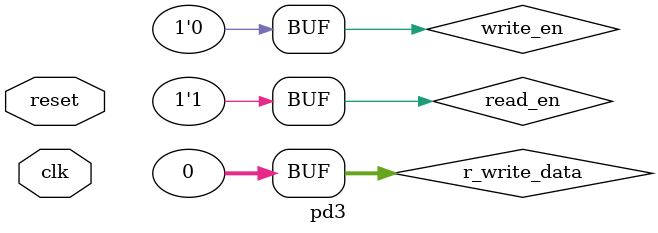
<source format=sv>
/*
 * Yousif Kndkji
 * Salman Kayani
 * Module: pd3
 *
 * Description: Top level module that will contain sub-module instantiations.
 *
 * Inputs:
 * 1) clk
 * 2) reset signal
 */

module pd3 #(
    parameter int AWIDTH = 32,
    parameter int DWIDTH = 32
) (
    input logic clk,
    input logic reset
);

	// ---------------------------------------------------------
	// Instruction Memory
	// ---------------------------------------------------------
	// Reads the instruction at the address provided by fetch.
	// The instruction memory is pre-loaded with machine code.

	// imemory signals
	logic [DWIDTH-1:0] addr_i;
	logic [DWIDTH-1:0] data_i;
	logic write_en;
	logic read_en;
		
	// Fetch signals
	logic [DWIDTH-1:0] f_pc;
	logic [DWIDTH-1:0] f_insn;
		
	memory #(
		.AWIDTH(AWIDTH),
		.DWIDTH(DWIDTH),
		.BASE_ADDR(32'h01000000)
	) memory1 (
		.clk(clk),
		.rst(reset),
		.addr_i(f_pc),
		.data_i(data_i),
		.read_en_i(read_en),
		.write_en_i(write_en),
		.data_o(f_insn)
	);

	assign read_en = 1'b1;
	assign write_en = 1'b0;

	// ---------------------------------------------------------
	// Fetch Stage
	// ---------------------------------------------------------
	// Responsible for maintaining the program counter.
	// On reset, PC is set to BASEADDR. On each clock edge,
	// PC increments by 4 to fetch the next instruction.

	// Fetch
	fetch #(
		.AWIDTH(AWIDTH),
		.DWIDTH(DWIDTH),
		.BASEADDR(32'h01000000)
	) fetch1 (
		.clk(clk),
		.rst(reset),
		.pc_o(f_pc),            
		.insn_o(f_insn)         
	);

	// ---------------------------------------------------------
	// Decode Stage
	// ---------------------------------------------------------
	// Extracts fields such as opcode, rd, rs1, rs2, funct3,
	// and funct7 from the instruction fetched in the previous stage.
	// Also passes along the program counter for use in later stages.

	logic [AWIDTH-1:0] d_pc;
	logic [DWIDTH-1:0] d_insn;
	logic [6:0] d_opcode;
	logic [4:0] d_rd;
	logic [4:0] d_rs1;
	logic [4:0] d_rs2;
	logic [6:0] d_funct7;
	logic [2:0] d_funct3;
	logic [4:0] d_shamt;
	logic [DWIDTH-1:0] d_imm;

	decode #(
		.DWIDTH(DWIDTH),
		.AWIDTH(AWIDTH)
	) decode1 (
		.clk (clk),
		.rst (reset),
		.insn_i (f_insn),
		.pc_i (f_pc),

		.pc_o (d_pc),
		.insn_o (d_insn),
		.opcode_o (d_opcode),
		.rd_o (d_rd),
		.rs1_o (d_rs1),
		.rs2_o (d_rs2),
		.funct7_o (d_funct7),
		.funct3_o (d_funct3),
		.shamt_o (d_shamt),
		.imm_o (d_imm)
	);

	// ---------------------------------------------------------
	// Immediate Generator
	// ---------------------------------------------------------
	// Generates the 32-bit immediate value based on the type
	// of instruction (I-type, S-type, etc.) determined from
	// the opcode field.

	igen #(.DWIDTH(DWIDTH)) igen1 (
		.opcode_i (d_opcode),
		.insn_i (f_insn),

		.imm_o (d_imm)
	);

	// ---------------------------------------------------------
	// Control Path
	// ---------------------------------------------------------
	// Produces the control signals used to steer data between
	// the different stages of the processor. These signals
	// control register file writes, ALU operation, and memory
	// access based on instruction type.

	logic pcsel_out;
	logic immsel_out;
	logic regwren_out;
	logic rs1sel_out;
	logic rs2sel_out;
	logic memren_out;
	logic memwren_out;
	logic [1:0] wbsel_out;
	logic [3:0] alusel_out;

	control #(.DWIDTH(DWIDTH)) control1 (
		.insn_i (f_insn),
		.opcode_i (d_opcode),
		.funct7_i (d_funct7),
		.funct3_i (d_funct3),

		.pcsel_o (pcsel_out),
		.immsel_o (immsel_out),
		.regwren_o (regwren_out),
		.rs1sel_o (rs1sel_out),
		.rs2sel_o (rs2sel_out),
		.memren_o (memren_out),
		.memwren_o (memwren_out),
		.wbsel_o (wbsel_out),
		.alusel_o (alusel_out)
	);

	// ---------------------------------------------------------
	// Register File
	// ---------------------------------------------------------

	logic r_write_enable;
	logic [4:0] r_read_rs1;
	logic [4:0] r_read_rs2;
    logic [4:0] r_write_destination;
    logic [DWIDTH-1:0] r_write_data;
	logic [DWIDTH-1:0] r_read_rs1_data;
	logic [DWIDTH-1:0] r_read_rs2_data;

	register_file #(.DWIDTH(DWIDTH)) e_register_file (
		.clk(clk),
		.rst(reset),
		.rs1_i (r_read_rs1),
		.rs2_i (r_read_rs2),
		.rd_i (r_write_destination),
		.datawb_i (r_write_data),
		.regwren_i (r_write_enable),

		.rs1data_o (r_read_rs1_data),
		.rs2data_o (r_read_rs2_data)
	);

	assign r_read_rs1 = d_rs1;
	assign r_read_rs2 = d_rs2;
    assign r_write_destination = d_rd;
    assign r_write_enable = regwren_out;
    assign r_write_data = 0;

	// ---------------------------------------------------------
	// ALU
	// ---------------------------------------------------------

	logic e_br_taken;
	logic [AWIDTH-1:0] e_pc;
	logic [DWIDTH-1:0] e_op2, e_alu_res;

	alu #(
		.DWIDTH(DWIDTH), 
		.AWIDTH(AWIDTH)
	) e_alu (
		.pc_i (f_pc),
		.rs1_i (r_read_rs1_data),
		.rs2_i (e_op2),
		.opcode_i (d_opcode),
		.funct3_i (d_funct3),
		.funct7_i (d_funct7),
		.alusel_i (alusel_out),

		.res_o (e_alu_res),
		.brtaken_o (e_br_taken)
	);

	assign e_op2 = immsel_out ? d_imm : r_read_rs2_data;

	// ---------------------------------------------------------
	// Branch Control Signals
	// ---------------------------------------------------------

	logic breq_o, brlt_o;

	branch_control #(.DWIDTH(DWIDTH)) branch_ctrl (
		.opcode_i (d_opcode),
		.funct3_i (d_funct3),
		.rs1_i (r_read_rs1_data),
		.rs2_i (r_read_rs2_data),

		.breq_o (breq_o),
		.brlt_o (brlt_o)
	);

	assign e_pc = d_pc;
	assign e_br_taken = breq_o | brlt_o;

	// ---------------------------------------------------------
	// Writeback Multiplexer 
	// (very basic implementation for the sole purpose of testing 
	// the register file, despite this PD not implementing write-back)
	// ---------------------------------------------------------

    // logic [DWIDTH-1:0] wb_data; // see writeback mux below, only for testing this pd
	// logic [DWIDTH-1:0] pc_plus4;

	// assign pc_plus4 = f_pc + 32'd4;

	// always_comb begin
	// 	unique case (wbsel_out)
	// 		2'b00: wb_data = e_alu_res;
	// 		2'b01: wb_data = f_insn;
	// 		2'b10: wb_data = e_br_taken ? e_alu_res : pc_plus4;
	// 		default: wb_data = '0;
	// 	endcase
	// end

endmodule : pd3
</source>
